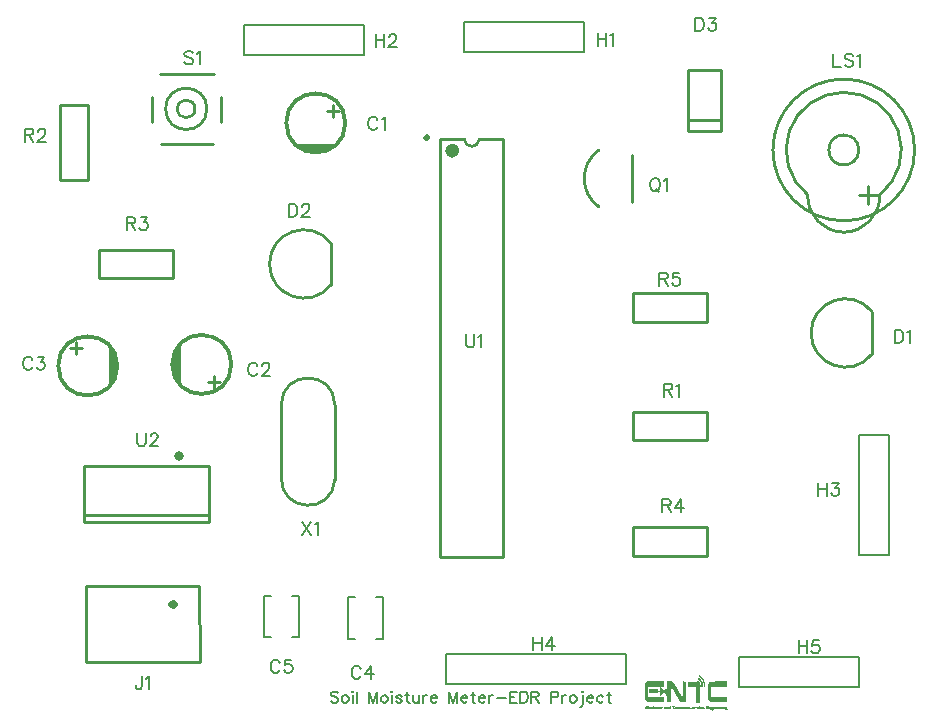
<source format=gto>
G04 Layer: TopSilkscreenLayer*
G04 EasyEDA v6.5.22, 2023-04-19 18:57:47*
G04 ea0b047a10f34627951ed673aab6b0d1,23e0b72c0ed747e58eec44992e5d9f69,10*
G04 Gerber Generator version 0.2*
G04 Scale: 100 percent, Rotated: No, Reflected: No *
G04 Dimensions in millimeters *
G04 leading zeros omitted , absolute positions ,4 integer and 5 decimal *
%FSLAX45Y45*%
%MOMM*%

%ADD10C,0.2030*%
%ADD11C,0.1524*%
%ADD12C,0.6000*%
%ADD13C,0.2540*%
%ADD14C,0.2007*%
%ADD15C,0.2032*%
%ADD16C,0.2030*%
%ADD17C,0.3000*%
%ADD18C,0.4000*%
%ADD19C,0.0147*%

%LPD*%
G36*
X5973724Y327812D02*
G01*
X5973724Y322681D01*
X5974791Y319786D01*
X5977585Y315620D01*
X5981750Y310794D01*
X5986780Y305866D01*
X5999835Y294182D01*
X6014872Y256794D01*
X6014872Y231241D01*
X6026099Y231241D01*
X6026099Y263652D01*
X6009081Y301955D01*
X5996482Y314909D01*
X5991199Y319887D01*
X5986068Y324002D01*
X5981750Y326796D01*
X5978804Y327812D01*
G37*
G36*
X5970473Y309524D02*
G01*
X5966053Y291896D01*
X5991606Y259892D01*
X5996330Y231241D01*
X6012078Y231241D01*
X6007252Y267868D01*
X5995720Y285953D01*
X5990691Y293217D01*
X5985510Y299567D01*
X5980887Y304292D01*
X5977331Y306781D01*
G37*
G36*
X5965444Y282346D02*
G01*
X5964326Y281940D01*
X5963361Y280771D01*
X5962751Y278993D01*
X5962497Y276860D01*
X5962497Y271424D01*
X5885840Y268173D01*
X5883503Y225552D01*
X5951321Y225552D01*
X5951321Y94945D01*
X5981242Y94945D01*
X5981242Y231241D01*
X5992063Y231241D01*
X5984189Y265480D01*
X5972962Y277215D01*
X5969812Y279908D01*
X5967171Y281686D01*
G37*
G36*
X5839104Y277368D02*
G01*
X5839104Y146050D01*
X5828639Y146050D01*
X5763107Y260959D01*
X5738317Y276707D01*
X5704433Y276707D01*
X5704433Y191516D01*
X5693664Y191516D01*
X5690666Y228396D01*
X5689447Y191312D01*
X5644591Y225755D01*
X5644591Y191516D01*
X5630418Y191516D01*
X5626100Y208534D01*
X5554827Y208534D01*
X5554827Y174447D01*
X5629605Y174447D01*
X5629605Y185826D01*
X5644591Y185826D01*
X5644591Y151587D01*
X5688990Y185623D01*
X5691987Y148894D01*
X5693206Y185826D01*
X5704433Y185826D01*
X5704433Y100634D01*
X5734354Y100634D01*
X5734354Y231241D01*
X5737910Y231241D01*
X5738723Y230682D01*
X5742127Y226364D01*
X5747562Y218338D01*
X5763056Y193395D01*
X5782056Y160985D01*
X5800191Y130962D01*
X5807710Y119126D01*
X5813653Y110337D01*
X5817666Y105105D01*
X5818784Y104089D01*
X5822848Y102717D01*
X5829503Y101650D01*
X5837885Y100888D01*
X5846978Y100634D01*
X5869178Y100634D01*
X5867146Y273862D01*
G37*
G36*
X5537098Y276707D02*
G01*
X5517388Y253136D01*
X5517388Y133959D01*
X5524703Y113182D01*
X5548426Y100634D01*
X5681980Y100634D01*
X5681980Y146050D01*
X5547309Y146050D01*
X5547309Y231241D01*
X5681980Y231241D01*
X5681980Y276707D01*
G37*
G36*
X6213144Y276707D02*
G01*
X6120282Y275437D01*
X6090970Y274370D01*
X6080506Y273710D01*
X6073749Y273050D01*
X6063640Y270256D01*
X6047943Y239877D01*
X6050432Y122326D01*
X6068060Y100634D01*
X6213144Y100634D01*
X6213144Y146050D01*
X6078169Y146050D01*
X6080353Y228396D01*
X6213144Y231495D01*
G37*
G36*
X5648909Y69392D02*
G01*
X5642711Y58013D01*
X5592216Y57251D01*
X5592216Y67208D01*
X5588508Y63754D01*
X5585714Y62280D01*
X5580938Y60858D01*
X5574792Y59588D01*
X5567934Y58724D01*
X5551068Y57251D01*
X5551068Y66548D01*
X5538927Y66090D01*
X5533796Y65684D01*
X5528970Y64922D01*
X5524855Y63906D01*
X5522061Y62788D01*
X5517388Y59893D01*
X5517388Y48615D01*
X5575350Y48615D01*
X5589727Y49530D01*
X5585206Y42621D01*
X5575350Y48615D01*
X5517388Y48615D01*
X5517388Y38150D01*
X5592216Y38150D01*
X5592318Y52324D01*
X5598769Y36880D01*
X5603443Y52324D01*
X5607812Y38150D01*
X5632754Y38150D01*
X5636514Y52324D01*
X5637072Y38150D01*
X5668873Y38963D01*
X5653938Y48717D01*
X5666994Y49530D01*
X5666994Y62179D01*
X5652414Y56388D01*
G37*
G36*
X5786831Y69392D02*
G01*
X5786729Y57099D01*
X5770118Y58013D01*
X5767476Y38150D01*
X5849670Y38150D01*
X5853480Y52324D01*
X5854039Y38150D01*
X5883351Y38150D01*
X5887110Y52324D01*
X5887720Y38150D01*
X5917031Y38150D01*
X5921400Y52324D01*
X5922547Y48615D01*
X5941974Y48615D01*
X5956300Y49530D01*
X5951778Y42621D01*
X5941974Y48615D01*
X5922547Y48615D01*
X5925718Y38150D01*
X5970016Y38150D01*
X5970117Y52324D01*
X5976569Y36880D01*
X5980633Y52324D01*
X5981242Y38150D01*
X6010503Y38150D01*
X6014872Y52324D01*
X6017056Y45262D01*
X6018174Y42468D01*
X6019596Y40233D01*
X6021171Y38709D01*
X6022695Y38150D01*
X6026099Y38150D01*
X6026099Y54406D01*
X6019546Y57251D01*
X6015939Y58216D01*
X6010808Y58674D01*
X6004966Y58674D01*
X5998972Y58115D01*
X5984951Y56134D01*
X5984951Y60401D01*
X5984544Y62026D01*
X5983325Y63398D01*
X5981547Y64312D01*
X5979363Y64668D01*
X5977178Y64363D01*
X5975400Y63550D01*
X5974181Y62331D01*
X5973724Y60807D01*
X5973724Y56997D01*
X5938215Y58013D01*
X5932728Y69392D01*
X5932576Y54965D01*
X5914948Y61671D01*
X5901994Y41960D01*
X5895441Y58013D01*
X5792317Y58013D01*
G37*
G36*
X6100927Y69392D02*
G01*
X6095288Y58013D01*
X6059779Y57759D01*
X6059779Y66548D01*
X6049162Y66548D01*
X6044844Y66243D01*
X6040983Y65430D01*
X6037884Y64211D01*
X6036106Y62738D01*
X6035141Y60452D01*
X6034328Y57048D01*
X6033770Y52882D01*
X6033566Y48564D01*
X6033566Y38150D01*
X6067247Y38150D01*
X6067247Y49530D01*
X6075172Y49530D01*
X6071057Y39319D01*
X6080455Y33274D01*
X6086449Y30175D01*
X6093409Y27787D01*
X6095492Y32969D01*
X6096863Y35001D01*
X6099048Y36626D01*
X6101689Y37744D01*
X6104585Y38150D01*
X6111494Y38150D01*
X6115304Y52324D01*
X6115862Y38150D01*
X6163868Y38150D01*
X6168237Y52324D01*
X6172606Y38150D01*
X6182614Y38150D01*
X6185966Y52324D01*
X6200038Y29260D01*
X6217412Y32461D01*
X6215024Y58013D01*
X6188608Y60147D01*
X6175654Y60807D01*
X6167475Y60655D01*
X6106515Y58013D01*
G37*
G36*
X5734354Y66548D02*
G01*
X5731560Y66446D01*
X5730036Y65989D01*
X5727954Y64871D01*
X5725617Y63195D01*
X5717895Y55930D01*
X5678220Y61518D01*
X5678220Y38150D01*
X5700064Y38150D01*
X5704433Y52324D01*
X5708802Y38150D01*
X5734354Y38150D01*
G37*
G36*
X5745988Y66548D02*
G01*
X5741365Y55168D01*
X5753049Y55168D01*
X5753049Y38150D01*
X5760516Y38150D01*
X5760516Y55168D01*
X5764276Y55168D01*
X5765749Y55626D01*
X5766917Y56845D01*
X5767730Y58674D01*
X5768035Y60858D01*
X5768035Y66548D01*
G37*
D10*
X2921254Y176276D02*
G01*
X2912109Y185165D01*
X2898393Y189737D01*
X2880106Y189737D01*
X2866643Y185165D01*
X2857500Y176276D01*
X2857500Y167131D01*
X2862072Y157987D01*
X2866643Y153415D01*
X2875788Y148844D01*
X2902965Y139700D01*
X2912109Y135381D01*
X2916681Y130810D01*
X2921254Y121665D01*
X2921254Y107950D01*
X2912109Y98805D01*
X2898393Y94234D01*
X2880106Y94234D01*
X2866643Y98805D01*
X2857500Y107950D01*
X2973831Y157987D02*
G01*
X2964688Y153415D01*
X2955797Y144271D01*
X2951225Y130810D01*
X2951225Y121665D01*
X2955797Y107950D01*
X2964688Y98805D01*
X2973831Y94234D01*
X2987547Y94234D01*
X2996691Y98805D01*
X3005581Y107950D01*
X3010154Y121665D01*
X3010154Y130810D01*
X3005581Y144271D01*
X2996691Y153415D01*
X2987547Y157987D01*
X2973831Y157987D01*
X3040125Y189737D02*
G01*
X3044697Y185165D01*
X3049270Y189737D01*
X3044697Y194310D01*
X3040125Y189737D01*
X3044697Y157987D02*
G01*
X3044697Y94234D01*
X3079241Y189737D02*
G01*
X3079241Y94234D01*
X3179318Y189737D02*
G01*
X3179318Y94234D01*
X3179318Y189737D02*
G01*
X3215640Y94234D01*
X3251961Y189737D02*
G01*
X3215640Y94234D01*
X3251961Y189737D02*
G01*
X3251961Y94234D01*
X3304793Y157987D02*
G01*
X3295650Y153415D01*
X3286506Y144271D01*
X3281934Y130810D01*
X3281934Y121665D01*
X3286506Y107950D01*
X3295650Y98805D01*
X3304793Y94234D01*
X3318509Y94234D01*
X3327400Y98805D01*
X3336543Y107950D01*
X3341115Y121665D01*
X3341115Y130810D01*
X3336543Y144271D01*
X3327400Y153415D01*
X3318509Y157987D01*
X3304793Y157987D01*
X3371088Y189737D02*
G01*
X3375659Y185165D01*
X3380231Y189737D01*
X3375659Y194310D01*
X3371088Y189737D01*
X3375659Y157987D02*
G01*
X3375659Y94234D01*
X3460241Y144271D02*
G01*
X3455670Y153415D01*
X3441954Y157987D01*
X3428491Y157987D01*
X3414775Y153415D01*
X3410204Y144271D01*
X3414775Y135381D01*
X3423920Y130810D01*
X3446525Y126237D01*
X3455670Y121665D01*
X3460241Y112521D01*
X3460241Y107950D01*
X3455670Y98805D01*
X3441954Y94234D01*
X3428491Y94234D01*
X3414775Y98805D01*
X3410204Y107950D01*
X3503929Y189737D02*
G01*
X3503929Y112521D01*
X3508502Y98805D01*
X3517391Y94234D01*
X3526536Y94234D01*
X3490213Y157987D02*
G01*
X3521963Y157987D01*
X3556508Y157987D02*
G01*
X3556508Y112521D01*
X3561079Y98805D01*
X3570224Y94234D01*
X3583940Y94234D01*
X3592829Y98805D01*
X3606545Y112521D01*
X3606545Y157987D02*
G01*
X3606545Y94234D01*
X3636518Y157987D02*
G01*
X3636518Y94234D01*
X3636518Y130810D02*
G01*
X3641090Y144271D01*
X3650234Y153415D01*
X3659377Y157987D01*
X3672840Y157987D01*
X3703065Y130810D02*
G01*
X3757422Y130810D01*
X3757422Y139700D01*
X3752850Y148844D01*
X3748531Y153415D01*
X3739388Y157987D01*
X3725672Y157987D01*
X3716527Y153415D01*
X3707384Y144271D01*
X3703065Y130810D01*
X3703065Y121665D01*
X3707384Y107950D01*
X3716527Y98805D01*
X3725672Y94234D01*
X3739388Y94234D01*
X3748531Y98805D01*
X3757422Y107950D01*
X3857497Y189737D02*
G01*
X3857497Y94234D01*
X3857497Y189737D02*
G01*
X3893820Y94234D01*
X3930141Y189737D02*
G01*
X3893820Y94234D01*
X3930141Y189737D02*
G01*
X3930141Y94234D01*
X3960113Y130810D02*
G01*
X4014724Y130810D01*
X4014724Y139700D01*
X4010152Y148844D01*
X4005579Y153415D01*
X3996690Y157987D01*
X3982974Y157987D01*
X3973829Y153415D01*
X3964686Y144271D01*
X3960113Y130810D01*
X3960113Y121665D01*
X3964686Y107950D01*
X3973829Y98805D01*
X3982974Y94234D01*
X3996690Y94234D01*
X4005579Y98805D01*
X4014724Y107950D01*
X4058411Y189737D02*
G01*
X4058411Y112521D01*
X4062984Y98805D01*
X4072127Y94234D01*
X4081018Y94234D01*
X4044695Y157987D02*
G01*
X4076700Y157987D01*
X4111243Y130810D02*
G01*
X4165600Y130810D01*
X4165600Y139700D01*
X4161027Y148844D01*
X4156709Y153415D01*
X4147565Y157987D01*
X4133850Y157987D01*
X4124706Y153415D01*
X4115561Y144271D01*
X4111243Y130810D01*
X4111243Y121665D01*
X4115561Y107950D01*
X4124706Y98805D01*
X4133850Y94234D01*
X4147565Y94234D01*
X4156709Y98805D01*
X4165600Y107950D01*
X4195572Y157987D02*
G01*
X4195572Y94234D01*
X4195572Y130810D02*
G01*
X4200143Y144271D01*
X4209288Y153415D01*
X4218431Y157987D01*
X4232147Y157987D01*
X4262120Y135381D02*
G01*
X4343908Y135381D01*
X4373879Y189737D02*
G01*
X4373879Y94234D01*
X4373879Y189737D02*
G01*
X4433061Y189737D01*
X4373879Y144271D02*
G01*
X4410202Y144271D01*
X4373879Y94234D02*
G01*
X4433061Y94234D01*
X4463034Y189737D02*
G01*
X4463034Y94234D01*
X4463034Y189737D02*
G01*
X4494784Y189737D01*
X4508500Y185165D01*
X4517390Y176276D01*
X4521961Y167131D01*
X4526534Y153415D01*
X4526534Y130810D01*
X4521961Y117094D01*
X4517390Y107950D01*
X4508500Y98805D01*
X4494784Y94234D01*
X4463034Y94234D01*
X4556506Y189737D02*
G01*
X4556506Y94234D01*
X4556506Y189737D02*
G01*
X4597400Y189737D01*
X4611115Y185165D01*
X4615688Y180594D01*
X4620259Y171704D01*
X4620259Y162560D01*
X4615688Y153415D01*
X4611115Y148844D01*
X4597400Y144271D01*
X4556506Y144271D01*
X4588509Y144271D02*
G01*
X4620259Y94234D01*
X4720336Y189737D02*
G01*
X4720336Y94234D01*
X4720336Y189737D02*
G01*
X4761229Y189737D01*
X4774691Y185165D01*
X4779263Y180594D01*
X4783836Y171704D01*
X4783836Y157987D01*
X4779263Y148844D01*
X4774691Y144271D01*
X4761229Y139700D01*
X4720336Y139700D01*
X4813808Y157987D02*
G01*
X4813808Y94234D01*
X4813808Y130810D02*
G01*
X4818379Y144271D01*
X4827524Y153415D01*
X4836668Y157987D01*
X4850129Y157987D01*
X4902961Y157987D02*
G01*
X4893818Y153415D01*
X4884674Y144271D01*
X4880102Y130810D01*
X4880102Y121665D01*
X4884674Y107950D01*
X4893818Y98805D01*
X4902961Y94234D01*
X4916677Y94234D01*
X4925568Y98805D01*
X4934711Y107950D01*
X4939284Y121665D01*
X4939284Y130810D01*
X4934711Y144271D01*
X4925568Y153415D01*
X4916677Y157987D01*
X4902961Y157987D01*
X4987543Y189737D02*
G01*
X4992115Y185165D01*
X4996688Y189737D01*
X4992115Y194310D01*
X4987543Y189737D01*
X4992115Y157987D02*
G01*
X4992115Y80771D01*
X4987543Y67055D01*
X4978400Y62484D01*
X4969256Y62484D01*
X5026659Y130810D02*
G01*
X5081015Y130810D01*
X5081015Y139700D01*
X5076697Y148844D01*
X5072125Y153415D01*
X5062981Y157987D01*
X5049265Y157987D01*
X5040122Y153415D01*
X5031231Y144271D01*
X5026659Y130810D01*
X5026659Y121665D01*
X5031231Y107950D01*
X5040122Y98805D01*
X5049265Y94234D01*
X5062981Y94234D01*
X5072125Y98805D01*
X5081015Y107950D01*
X5165597Y144271D02*
G01*
X5156708Y153415D01*
X5147563Y157987D01*
X5133847Y157987D01*
X5124704Y153415D01*
X5115559Y144271D01*
X5111241Y130810D01*
X5111241Y121665D01*
X5115559Y107950D01*
X5124704Y98805D01*
X5133847Y94234D01*
X5147563Y94234D01*
X5156708Y98805D01*
X5165597Y107950D01*
X5209286Y189737D02*
G01*
X5209286Y112521D01*
X5213858Y98805D01*
X5223002Y94234D01*
X5232145Y94234D01*
X5195570Y157987D02*
G01*
X5227574Y157987D01*
D11*
X3252977Y5029707D02*
G01*
X3247643Y5040121D01*
X3237229Y5050536D01*
X3227070Y5055615D01*
X3206241Y5055615D01*
X3195827Y5050536D01*
X3185413Y5040121D01*
X3180079Y5029707D01*
X3175000Y5013960D01*
X3175000Y4988052D01*
X3180079Y4972557D01*
X3185413Y4962144D01*
X3195827Y4951729D01*
X3206241Y4946650D01*
X3227070Y4946650D01*
X3237229Y4951729D01*
X3247643Y4962144D01*
X3252977Y4972557D01*
X3287268Y5034787D02*
G01*
X3297681Y5040121D01*
X3313175Y5055615D01*
X3313175Y4946650D01*
X2236977Y2946907D02*
G01*
X2231643Y2957321D01*
X2221229Y2967736D01*
X2211070Y2972815D01*
X2190241Y2972815D01*
X2179827Y2967736D01*
X2169413Y2957321D01*
X2164079Y2946907D01*
X2159000Y2931160D01*
X2159000Y2905252D01*
X2164079Y2889757D01*
X2169413Y2879344D01*
X2179827Y2868929D01*
X2190241Y2863850D01*
X2211070Y2863850D01*
X2221229Y2868929D01*
X2231643Y2879344D01*
X2236977Y2889757D01*
X2276347Y2946907D02*
G01*
X2276347Y2951987D01*
X2281681Y2962402D01*
X2286761Y2967736D01*
X2297175Y2972815D01*
X2318004Y2972815D01*
X2328418Y2967736D01*
X2333497Y2962402D01*
X2338831Y2951987D01*
X2338831Y2941573D01*
X2333497Y2931160D01*
X2323084Y2915665D01*
X2271268Y2863850D01*
X2343911Y2863850D01*
X331978Y2997707D02*
G01*
X326644Y3008121D01*
X316229Y3018536D01*
X306070Y3023615D01*
X285242Y3023615D01*
X274828Y3018536D01*
X264413Y3008121D01*
X259079Y2997707D01*
X254000Y2981960D01*
X254000Y2956052D01*
X259079Y2940557D01*
X264413Y2930144D01*
X274828Y2919729D01*
X285242Y2914650D01*
X306070Y2914650D01*
X316229Y2919729D01*
X326644Y2930144D01*
X331978Y2940557D01*
X376681Y3023615D02*
G01*
X433831Y3023615D01*
X402589Y2981960D01*
X418084Y2981960D01*
X428497Y2976879D01*
X433831Y2971800D01*
X438912Y2956052D01*
X438912Y2945637D01*
X433831Y2930144D01*
X423418Y2919729D01*
X407670Y2914650D01*
X392176Y2914650D01*
X376681Y2919729D01*
X371347Y2924810D01*
X366268Y2935223D01*
X3113277Y381507D02*
G01*
X3107943Y391921D01*
X3097529Y402336D01*
X3087370Y407415D01*
X3066541Y407415D01*
X3056127Y402336D01*
X3045713Y391921D01*
X3040379Y381507D01*
X3035300Y365760D01*
X3035300Y339852D01*
X3040379Y324357D01*
X3045713Y313944D01*
X3056127Y303529D01*
X3066541Y298450D01*
X3087370Y298450D01*
X3097529Y303529D01*
X3107943Y313944D01*
X3113277Y324357D01*
X3199384Y407415D02*
G01*
X3147568Y334771D01*
X3225545Y334771D01*
X3199384Y407415D02*
G01*
X3199384Y298450D01*
X2427477Y432307D02*
G01*
X2422143Y442721D01*
X2411729Y453136D01*
X2401570Y458215D01*
X2380741Y458215D01*
X2370327Y453136D01*
X2359913Y442721D01*
X2354579Y432307D01*
X2349500Y416560D01*
X2349500Y390652D01*
X2354579Y375157D01*
X2359913Y364744D01*
X2370327Y354329D01*
X2380741Y349250D01*
X2401570Y349250D01*
X2411729Y354329D01*
X2422143Y364744D01*
X2427477Y375157D01*
X2523997Y458215D02*
G01*
X2472181Y458215D01*
X2466847Y411479D01*
X2472181Y416560D01*
X2487675Y421894D01*
X2503170Y421894D01*
X2518918Y416560D01*
X2529331Y406400D01*
X2534411Y390652D01*
X2534411Y380237D01*
X2529331Y364744D01*
X2518918Y354329D01*
X2503170Y349250D01*
X2487675Y349250D01*
X2472181Y354329D01*
X2466847Y359410D01*
X2461768Y369823D01*
X7632689Y3252213D02*
G01*
X7632689Y3143247D01*
X7632689Y3252213D02*
G01*
X7669011Y3252213D01*
X7684759Y3247133D01*
X7694919Y3236719D01*
X7700253Y3226305D01*
X7705333Y3210557D01*
X7705333Y3184649D01*
X7700253Y3169155D01*
X7694919Y3158741D01*
X7684759Y3148327D01*
X7669011Y3143247D01*
X7632689Y3143247D01*
X7739623Y3231385D02*
G01*
X7750037Y3236719D01*
X7765785Y3252213D01*
X7765785Y3143247D01*
X2501900Y4319015D02*
G01*
X2501900Y4210050D01*
X2501900Y4319015D02*
G01*
X2538222Y4319015D01*
X2553970Y4313936D01*
X2564129Y4303521D01*
X2569463Y4293107D01*
X2574543Y4277360D01*
X2574543Y4251452D01*
X2569463Y4235957D01*
X2564129Y4225544D01*
X2553970Y4215129D01*
X2538222Y4210050D01*
X2501900Y4210050D01*
X2614168Y4293107D02*
G01*
X2614168Y4298187D01*
X2619247Y4308602D01*
X2624581Y4313936D01*
X2634995Y4319015D01*
X2655570Y4319015D01*
X2665984Y4313936D01*
X2671318Y4308602D01*
X2676397Y4298187D01*
X2676397Y4287773D01*
X2671318Y4277360D01*
X2660904Y4261865D01*
X2608834Y4210050D01*
X2681731Y4210050D01*
X5943594Y5893813D02*
G01*
X5943594Y5784847D01*
X5943594Y5893813D02*
G01*
X5979916Y5893813D01*
X5995664Y5888733D01*
X6005824Y5878319D01*
X6011158Y5867905D01*
X6016238Y5852157D01*
X6016238Y5826249D01*
X6011158Y5810755D01*
X6005824Y5800341D01*
X5995664Y5789927D01*
X5979916Y5784847D01*
X5943594Y5784847D01*
X6060942Y5893813D02*
G01*
X6118092Y5893813D01*
X6087104Y5852157D01*
X6102598Y5852157D01*
X6113012Y5847077D01*
X6118092Y5841997D01*
X6123426Y5826249D01*
X6123426Y5815835D01*
X6118092Y5800341D01*
X6107678Y5789927D01*
X6092184Y5784847D01*
X6076690Y5784847D01*
X6060942Y5789927D01*
X6055862Y5795007D01*
X6050528Y5805421D01*
X5118087Y5766813D02*
G01*
X5118087Y5657847D01*
X5190731Y5766813D02*
G01*
X5190731Y5657847D01*
X5118087Y5714997D02*
G01*
X5190731Y5714997D01*
X5225021Y5745985D02*
G01*
X5235435Y5751319D01*
X5251183Y5766813D01*
X5251183Y5657847D01*
X3238487Y5754113D02*
G01*
X3238487Y5645147D01*
X3311131Y5754113D02*
G01*
X3311131Y5645147D01*
X3238487Y5702297D02*
G01*
X3311131Y5702297D01*
X3350755Y5728205D02*
G01*
X3350755Y5733285D01*
X3355835Y5743699D01*
X3361169Y5749033D01*
X3371583Y5754113D01*
X3392157Y5754113D01*
X3402571Y5749033D01*
X3407905Y5743699D01*
X3412985Y5733285D01*
X3412985Y5722871D01*
X3407905Y5712457D01*
X3397491Y5696963D01*
X3345421Y5645147D01*
X3418319Y5645147D01*
X6985000Y1956815D02*
G01*
X6985000Y1847850D01*
X7057643Y1956815D02*
G01*
X7057643Y1847850D01*
X6985000Y1905000D02*
G01*
X7057643Y1905000D01*
X7102347Y1956815D02*
G01*
X7159497Y1956815D01*
X7128509Y1915160D01*
X7144004Y1915160D01*
X7154418Y1910079D01*
X7159497Y1905000D01*
X7164831Y1889252D01*
X7164831Y1878837D01*
X7159497Y1863344D01*
X7149084Y1852929D01*
X7133590Y1847850D01*
X7118095Y1847850D01*
X7102347Y1852929D01*
X7097268Y1858010D01*
X7091934Y1868423D01*
X6819900Y623315D02*
G01*
X6819900Y514350D01*
X6892543Y623315D02*
G01*
X6892543Y514350D01*
X6819900Y571500D02*
G01*
X6892543Y571500D01*
X6989318Y623315D02*
G01*
X6937247Y623315D01*
X6932168Y576579D01*
X6937247Y581660D01*
X6952995Y586994D01*
X6968490Y586994D01*
X6983984Y581660D01*
X6994397Y571500D01*
X6999731Y555752D01*
X6999731Y545337D01*
X6994397Y529844D01*
X6983984Y519429D01*
X6968490Y514350D01*
X6952995Y514350D01*
X6937247Y519429D01*
X6932168Y524510D01*
X6926834Y534923D01*
X4572000Y648715D02*
G01*
X4572000Y539750D01*
X4644643Y648715D02*
G01*
X4644643Y539750D01*
X4572000Y596900D02*
G01*
X4644643Y596900D01*
X4731004Y648715D02*
G01*
X4678934Y576071D01*
X4756911Y576071D01*
X4731004Y648715D02*
G01*
X4731004Y539750D01*
X1258570Y318515D02*
G01*
X1258570Y235457D01*
X1253236Y219710D01*
X1248155Y214629D01*
X1237742Y209550D01*
X1227328Y209550D01*
X1216913Y214629D01*
X1211579Y219710D01*
X1206500Y235457D01*
X1206500Y245871D01*
X1292860Y297687D02*
G01*
X1303020Y303021D01*
X1318768Y318515D01*
X1318768Y209550D01*
D12*
X1518030Y941070D02*
G01*
X1508887Y931926D01*
X1518030Y922781D01*
X1527175Y931926D01*
X1518030Y941070D01*
D11*
X7112000Y5589015D02*
G01*
X7112000Y5480050D01*
X7112000Y5480050D02*
G01*
X7174229Y5480050D01*
X7281418Y5573521D02*
G01*
X7271004Y5583936D01*
X7255509Y5589015D01*
X7234681Y5589015D01*
X7218934Y5583936D01*
X7208520Y5573521D01*
X7208520Y5563107D01*
X7213854Y5552694D01*
X7218934Y5547360D01*
X7229347Y5542279D01*
X7260590Y5531865D01*
X7271004Y5526786D01*
X7276084Y5521452D01*
X7281418Y5511037D01*
X7281418Y5495544D01*
X7271004Y5485129D01*
X7255509Y5480050D01*
X7234681Y5480050D01*
X7218934Y5485129D01*
X7208520Y5495544D01*
X7315708Y5568187D02*
G01*
X7326122Y5573521D01*
X7341615Y5589015D01*
X7341615Y5480050D01*
X5593831Y4534913D02*
G01*
X5583417Y4529833D01*
X5573003Y4519419D01*
X5567669Y4509005D01*
X5562589Y4493257D01*
X5562589Y4467349D01*
X5567669Y4451855D01*
X5573003Y4441441D01*
X5583417Y4431027D01*
X5593831Y4425947D01*
X5614659Y4425947D01*
X5624819Y4431027D01*
X5635233Y4441441D01*
X5640567Y4451855D01*
X5645647Y4467349D01*
X5645647Y4493257D01*
X5640567Y4509005D01*
X5635233Y4519419D01*
X5624819Y4529833D01*
X5614659Y4534913D01*
X5593831Y4534913D01*
X5609325Y4446521D02*
G01*
X5640567Y4415533D01*
X5679937Y4514085D02*
G01*
X5690351Y4519419D01*
X5706099Y4534913D01*
X5706099Y4425947D01*
X5676912Y2795013D02*
G01*
X5676912Y2686047D01*
X5676912Y2795013D02*
G01*
X5723648Y2795013D01*
X5739142Y2789933D01*
X5744476Y2784599D01*
X5749556Y2774185D01*
X5749556Y2763771D01*
X5744476Y2753357D01*
X5739142Y2748277D01*
X5723648Y2743197D01*
X5676912Y2743197D01*
X5713234Y2743197D02*
G01*
X5749556Y2686047D01*
X5783846Y2774185D02*
G01*
X5794260Y2779519D01*
X5810008Y2795013D01*
X5810008Y2686047D01*
X266687Y4954013D02*
G01*
X266687Y4845047D01*
X266687Y4954013D02*
G01*
X313423Y4954013D01*
X328917Y4948933D01*
X334251Y4943599D01*
X339331Y4933185D01*
X339331Y4922771D01*
X334251Y4912357D01*
X328917Y4907277D01*
X313423Y4902197D01*
X266687Y4902197D01*
X303009Y4902197D02*
G01*
X339331Y4845047D01*
X378955Y4928105D02*
G01*
X378955Y4933185D01*
X384035Y4943599D01*
X389369Y4948933D01*
X399783Y4954013D01*
X420357Y4954013D01*
X430771Y4948933D01*
X436105Y4943599D01*
X441185Y4933185D01*
X441185Y4922771D01*
X436105Y4912357D01*
X425691Y4896863D01*
X373621Y4845047D01*
X446519Y4845047D01*
X1130300Y4204715D02*
G01*
X1130300Y4095750D01*
X1130300Y4204715D02*
G01*
X1177036Y4204715D01*
X1192529Y4199636D01*
X1197863Y4194302D01*
X1202944Y4183887D01*
X1202944Y4173473D01*
X1197863Y4163060D01*
X1192529Y4157979D01*
X1177036Y4152900D01*
X1130300Y4152900D01*
X1166621Y4152900D02*
G01*
X1202944Y4095750D01*
X1247647Y4204715D02*
G01*
X1304797Y4204715D01*
X1273810Y4163060D01*
X1289304Y4163060D01*
X1299718Y4157979D01*
X1304797Y4152900D01*
X1310131Y4137152D01*
X1310131Y4126737D01*
X1304797Y4111244D01*
X1294384Y4100829D01*
X1278889Y4095750D01*
X1263395Y4095750D01*
X1247647Y4100829D01*
X1242568Y4105910D01*
X1237234Y4116323D01*
X5664187Y1817113D02*
G01*
X5664187Y1708147D01*
X5664187Y1817113D02*
G01*
X5710923Y1817113D01*
X5726417Y1812033D01*
X5731751Y1806699D01*
X5736831Y1796285D01*
X5736831Y1785871D01*
X5731751Y1775457D01*
X5726417Y1770377D01*
X5710923Y1765297D01*
X5664187Y1765297D01*
X5700509Y1765297D02*
G01*
X5736831Y1708147D01*
X5823191Y1817113D02*
G01*
X5771121Y1744469D01*
X5849099Y1744469D01*
X5823191Y1817113D02*
G01*
X5823191Y1708147D01*
X5638787Y3734813D02*
G01*
X5638787Y3625847D01*
X5638787Y3734813D02*
G01*
X5685523Y3734813D01*
X5701017Y3729733D01*
X5706351Y3724399D01*
X5711431Y3713985D01*
X5711431Y3703571D01*
X5706351Y3693157D01*
X5701017Y3688077D01*
X5685523Y3682997D01*
X5638787Y3682997D01*
X5675109Y3682997D02*
G01*
X5711431Y3625847D01*
X5808205Y3734813D02*
G01*
X5756135Y3734813D01*
X5751055Y3688077D01*
X5756135Y3693157D01*
X5771883Y3698491D01*
X5787377Y3698491D01*
X5802871Y3693157D01*
X5813285Y3682997D01*
X5818619Y3667249D01*
X5818619Y3656835D01*
X5813285Y3641341D01*
X5802871Y3630927D01*
X5787377Y3625847D01*
X5771883Y3625847D01*
X5756135Y3630927D01*
X5751055Y3636007D01*
X5745721Y3646421D01*
X1690751Y5595315D02*
G01*
X1680337Y5605729D01*
X1664843Y5610809D01*
X1644014Y5610809D01*
X1628520Y5605729D01*
X1618106Y5595315D01*
X1618106Y5584901D01*
X1623187Y5574487D01*
X1628520Y5569153D01*
X1638935Y5564073D01*
X1670177Y5553659D01*
X1680337Y5548579D01*
X1685670Y5543245D01*
X1690751Y5532831D01*
X1690751Y5517337D01*
X1680337Y5506923D01*
X1664843Y5501843D01*
X1644014Y5501843D01*
X1628520Y5506923D01*
X1618106Y5517337D01*
X1725040Y5589981D02*
G01*
X1735454Y5595315D01*
X1751203Y5610809D01*
X1751203Y5501843D01*
X4000500Y3214115D02*
G01*
X4000500Y3136137D01*
X4005579Y3120644D01*
X4015993Y3110229D01*
X4031741Y3105150D01*
X4042156Y3105150D01*
X4057650Y3110229D01*
X4068063Y3120644D01*
X4073143Y3136137D01*
X4073143Y3214115D01*
X4107434Y3193287D02*
G01*
X4117847Y3198621D01*
X4133595Y3214115D01*
X4133595Y3105150D01*
X1219200Y2375915D02*
G01*
X1219200Y2297937D01*
X1224279Y2282444D01*
X1234694Y2272029D01*
X1250442Y2266950D01*
X1260855Y2266950D01*
X1276350Y2272029D01*
X1286763Y2282444D01*
X1291844Y2297937D01*
X1291844Y2375915D01*
X1331468Y2350007D02*
G01*
X1331468Y2355087D01*
X1336547Y2365502D01*
X1341881Y2370836D01*
X1352295Y2375915D01*
X1372870Y2375915D01*
X1383284Y2370836D01*
X1388618Y2365502D01*
X1393697Y2355087D01*
X1393697Y2344673D01*
X1388618Y2334260D01*
X1378204Y2318765D01*
X1326134Y2266950D01*
X1399031Y2266950D01*
X2616197Y1626613D02*
G01*
X2688841Y1517647D01*
X2688841Y1626613D02*
G01*
X2616197Y1517647D01*
X2723131Y1605785D02*
G01*
X2733545Y1611119D01*
X2749293Y1626613D01*
X2749293Y1517647D01*
G36*
X2565400Y4824374D02*
G01*
X2575153Y4814824D01*
X2585415Y4805832D01*
X2596235Y4797450D01*
X2607513Y4789728D01*
X2619248Y4782718D01*
X2631389Y4776419D01*
X2643886Y4770882D01*
X2656687Y4766056D01*
X2669743Y4762042D01*
X2683002Y4758791D01*
X2696464Y4756353D01*
X2710027Y4754727D01*
X2723642Y4753914D01*
X2737358Y4753914D01*
X2750972Y4754727D01*
X2764536Y4756353D01*
X2777998Y4758791D01*
X2791256Y4762042D01*
X2804312Y4766056D01*
X2817114Y4770882D01*
X2829610Y4776419D01*
X2841752Y4782718D01*
X2853486Y4789728D01*
X2864764Y4797450D01*
X2875584Y4805832D01*
X2885846Y4814824D01*
X2895600Y4824374D01*
G37*
G36*
X1585874Y3124200D02*
G01*
X1576324Y3114446D01*
X1567332Y3104184D01*
X1558950Y3093364D01*
X1551228Y3082086D01*
X1544218Y3070352D01*
X1537919Y3058210D01*
X1532382Y3045714D01*
X1527556Y3032912D01*
X1523542Y3019856D01*
X1520291Y3006598D01*
X1517853Y2993136D01*
X1516227Y2979572D01*
X1515414Y2965958D01*
X1515414Y2952242D01*
X1516227Y2938627D01*
X1517853Y2925064D01*
X1520291Y2911602D01*
X1523542Y2898343D01*
X1527556Y2885287D01*
X1532382Y2872486D01*
X1537919Y2859989D01*
X1544218Y2847848D01*
X1551228Y2836113D01*
X1558950Y2824835D01*
X1567332Y2814015D01*
X1576324Y2803753D01*
X1585874Y2794000D01*
G37*
G36*
X979525Y3111500D02*
G01*
X979525Y2781300D01*
X989076Y2791053D01*
X998067Y2801315D01*
X1006449Y2812135D01*
X1014171Y2823413D01*
X1021181Y2835148D01*
X1027480Y2847289D01*
X1033018Y2859786D01*
X1037844Y2872587D01*
X1041857Y2885643D01*
X1045108Y2898902D01*
X1047546Y2912364D01*
X1049172Y2925927D01*
X1049985Y2939542D01*
X1049985Y2953258D01*
X1049172Y2966872D01*
X1047546Y2980436D01*
X1045108Y2993898D01*
X1041857Y3007156D01*
X1037844Y3020212D01*
X1033018Y3033014D01*
X1027480Y3045510D01*
X1021181Y3057652D01*
X1014171Y3069386D01*
X1006449Y3080664D01*
X998067Y3091484D01*
X989076Y3101746D01*
G37*
D13*
X2880486Y5155412D02*
G01*
X2880486Y5053812D01*
X2930499Y5103799D02*
G01*
X2828899Y5103799D01*
X1916912Y2809112D02*
G01*
X1815312Y2809112D01*
X1865299Y2759100D02*
G01*
X1865299Y2860700D01*
X648487Y3096387D02*
G01*
X750087Y3096387D01*
X700100Y3146399D02*
G01*
X700100Y3044799D01*
D14*
X2999600Y987800D02*
G01*
X2999600Y637799D01*
X3299599Y637799D02*
G01*
X3299599Y987800D01*
X3299599Y637799D02*
G01*
X3237798Y637799D01*
X3061401Y637799D02*
G01*
X2999600Y637799D01*
X2999600Y987800D02*
G01*
X3061401Y987800D01*
X3237798Y987800D02*
G01*
X3299599Y987800D01*
X2288400Y1000500D02*
G01*
X2288400Y650499D01*
X2588399Y650499D02*
G01*
X2588399Y1000500D01*
X2588399Y650499D02*
G01*
X2526598Y650499D01*
X2350201Y650499D02*
G01*
X2288400Y650499D01*
X2288400Y1000500D02*
G01*
X2350201Y1000500D01*
X2526598Y1000500D02*
G01*
X2588399Y1000500D01*
D13*
X7442200Y3048000D02*
G01*
X7442200Y3403600D01*
X2857500Y3632200D02*
G01*
X2857500Y3987800D01*
X5879800Y4934300D02*
G01*
X5879800Y5454299D01*
X5879800Y5454299D02*
G01*
X6159799Y5454299D01*
X6159799Y4934300D02*
G01*
X6159799Y5454299D01*
X5879800Y4934300D02*
G01*
X6159799Y4934300D01*
X5879800Y5030226D02*
G01*
X6159799Y5030226D01*
D15*
X5003800Y5854700D02*
G01*
X5003800Y5600700D01*
X3987800Y5600700D01*
X3987800Y5854700D01*
X4178300Y5854700D01*
D16*
X5003800Y5854700D02*
G01*
X4178300Y5854700D01*
D15*
X2120900Y5575300D02*
G01*
X2120900Y5829300D01*
X3136900Y5829300D01*
X3136900Y5575300D01*
X2946400Y5575300D01*
D16*
X2120900Y5575300D02*
G01*
X2946400Y5575300D01*
D15*
X7327900Y2362200D02*
G01*
X7581900Y2362200D01*
X7581900Y1346200D01*
X7327900Y1346200D01*
X7327900Y1536700D01*
D16*
X7327900Y2362200D02*
G01*
X7327900Y1536700D01*
D15*
X7327900Y482600D02*
G01*
X7327900Y228600D01*
X6311900Y228600D01*
X6311900Y482600D01*
X6502400Y482600D01*
D16*
X7327900Y482600D02*
G01*
X6502400Y482600D01*
D15*
X4025900Y508000D02*
G01*
X3835400Y508000D01*
X3835400Y254000D01*
X5359400Y254000D01*
X5359400Y508000D01*
D16*
X5359400Y508000D02*
G01*
X4025900Y508000D01*
D13*
X1752600Y499110D02*
G01*
X1752600Y455929D01*
X1660525Y1084579D02*
G01*
X1742439Y1084579D01*
X1752600Y439420D01*
X1666239Y439420D01*
X782320Y1079500D02*
G01*
X782320Y439420D01*
X782320Y439420D02*
G01*
X1666239Y439420D01*
X782320Y1079500D02*
G01*
X1660525Y1084579D01*
X7480300Y4394200D02*
G01*
X7327900Y4394200D01*
X7404100Y4318000D02*
G01*
X7404100Y4470400D01*
X5407786Y4731890D02*
G01*
X5407786Y4335909D01*
X5412740Y2319020D02*
G01*
X5412740Y2557779D01*
X5412740Y2557779D02*
G01*
X6042659Y2557779D01*
X6042659Y2557779D02*
G01*
X6042659Y2319020D01*
X6042659Y2319020D02*
G01*
X5412740Y2319020D01*
X805179Y4523739D02*
G01*
X566420Y4523739D01*
X566420Y4523739D02*
G01*
X566420Y5153660D01*
X566420Y5153660D02*
G01*
X805179Y5153660D01*
X805179Y5153660D02*
G01*
X805179Y4523739D01*
X891539Y3690620D02*
G01*
X891539Y3929379D01*
X891539Y3929379D02*
G01*
X1521460Y3929379D01*
X1521460Y3929379D02*
G01*
X1521460Y3690620D01*
X1521460Y3690620D02*
G01*
X891539Y3690620D01*
X6042659Y1579879D02*
G01*
X6042659Y1341120D01*
X6042659Y1341120D02*
G01*
X5412740Y1341120D01*
X5412740Y1341120D02*
G01*
X5412740Y1579879D01*
X5412740Y1579879D02*
G01*
X6042659Y1579879D01*
X6042659Y3561079D02*
G01*
X6042659Y3322320D01*
X6042659Y3322320D02*
G01*
X5412740Y3322320D01*
X5412740Y3322320D02*
G01*
X5412740Y3561079D01*
X5412740Y3561079D02*
G01*
X6042659Y3561079D01*
X1410769Y5418226D02*
G01*
X1865830Y5418226D01*
X1927987Y5225161D02*
G01*
X1927987Y5011038D01*
X1858639Y4828336D02*
G01*
X1417960Y4828336D01*
X1348130Y5011181D02*
G01*
X1348130Y5225018D01*
X4114800Y4868798D02*
G01*
X4316300Y4868798D01*
X4316300Y1328801D01*
X3786299Y1328801D01*
X3786299Y4868798D01*
X3987800Y4868798D01*
X1825513Y1620997D02*
G01*
X765312Y1620997D01*
X765312Y2100806D01*
X1825513Y2100806D01*
X1825513Y1621505D01*
X1825513Y1620997D01*
X765416Y1680913D02*
G01*
X1825409Y1680913D01*
X2439057Y2619499D02*
G01*
X2439057Y2044522D01*
X2439057Y2020900D01*
X2439057Y1999053D01*
X2890850Y2619499D02*
G01*
X2890850Y2004456D01*
X2890850Y1982688D01*
G75*
G01*
X7442200Y3403600D02*
G03*
X7442200Y3048000I-228608J-177800D01*
G75*
G01*
X2857500Y3987800D02*
G03*
X2857500Y3632200I-228608J-177800D01*
G75*
G01*
X7505700Y4394200D02*
G03*
X6896100Y4394200I-304800J380988D01*
G75*
G01*
X7505700Y4394200D02*
G02*
X6896100Y4394200I-304800J-10412D01*
G75*
G01*
X5129301Y4292600D02*
G02*
X5129301Y4775200I168461J241300D01*
G75*
G01*
X3987800Y4868926D02*
G03*
X4114800Y4868926I63500J0D01*
D12*
G75*
G01*
X3886200Y4798822D02*
G03*
X3886708Y4798822I254J-29999D01*
D17*
G75*
G01*
X3671316Y4892802D02*
G03*
X3671570Y4892802I127J-15001D01*
D18*
G75*
G01*
X1572410Y2163404D02*
G03*
X1572156Y2163404I-127J20000D01*
D13*
G75*
G01*
X2890853Y2619499D02*
G03*
X2439162Y2619502I-225846J-756D01*
G75*
G01*
X2439159Y1999953D02*
G03*
X2890916Y1983626I225905J-7454D01*
D17*
G75*
G01
X2980512Y5003800D02*
G03X2980512Y5003800I-250012J0D01*
G75*
G01
X2015312Y2959100D02*
G03X2015312Y2959100I-250012J0D01*
G75*
G01
X1050112Y2946400D02*
G03X1050112Y2946400I-250012J0D01*
D13*
G75*
G01
X7800899Y4775200D02*
G03X7800899Y4775200I-599999J0D01*
G75*
G01
X7327900Y4775200D02*
G03X7327900Y4775200I-127000J0D01*
G75*
G01
X1808734Y5122926D02*
G03X1808734Y5122926I-175006J0D01*
G75*
G01
X1708658Y5122926D02*
G03X1708658Y5122926I-74930J0D01*
M02*

</source>
